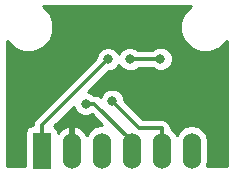
<source format=gbl>
G04 #@! TF.FileFunction,Copper,L2,Bot,Signal*
%FSLAX46Y46*%
G04 Gerber Fmt 4.6, Leading zero omitted, Abs format (unit mm)*
G04 Created by KiCad (PCBNEW 4.0.1-stable) date 2017/03/04 23:15:11*
%MOMM*%
G01*
G04 APERTURE LIST*
%ADD10C,0.100000*%
%ADD11R,1.524000X3.048000*%
%ADD12O,1.524000X3.048000*%
%ADD13C,0.800000*%
%ADD14C,0.300000*%
%ADD15C,0.500000*%
%ADD16C,0.254000*%
G04 APERTURE END LIST*
D10*
D11*
X138650000Y-103000000D03*
D12*
X141190000Y-103000000D03*
X143730000Y-103000000D03*
X146270000Y-103000000D03*
X148810000Y-103000000D03*
X151350000Y-103000000D03*
D13*
X144250800Y-95236500D03*
X136400000Y-102000000D03*
X141200000Y-91800000D03*
X153500000Y-102500000D03*
X142355000Y-99018800D03*
X144608200Y-98762000D03*
X146101500Y-95232300D03*
X148700000Y-95200000D03*
D14*
X138650000Y-100837300D02*
X138650000Y-103000000D01*
X144250800Y-95236500D02*
X138650000Y-100837300D01*
D15*
X146270000Y-103000000D02*
X146270000Y-102188000D01*
D14*
X143100800Y-99018800D02*
X142355000Y-99018800D01*
X146270000Y-102188000D02*
X143100800Y-99018800D01*
X148810000Y-103000000D02*
X148810000Y-101071700D01*
X146917900Y-101071700D02*
X144608200Y-98762000D01*
X148810000Y-101071700D02*
X146917900Y-101071700D01*
X148667700Y-95232300D02*
X148700000Y-95200000D01*
X146101500Y-95232300D02*
X148667700Y-95232300D01*
D16*
G36*
X150691091Y-91289041D02*
X150365372Y-92073459D01*
X150364630Y-92922815D01*
X150688980Y-93707800D01*
X151289041Y-94308909D01*
X152073459Y-94634628D01*
X152922815Y-94635370D01*
X153707800Y-94311020D01*
X154290000Y-93729835D01*
X154290000Y-104290000D01*
X152650388Y-104290000D01*
X152747000Y-103804297D01*
X152747000Y-102195703D01*
X152640660Y-101661094D01*
X152337828Y-101207875D01*
X151884609Y-100905043D01*
X151350000Y-100798703D01*
X150815391Y-100905043D01*
X150362172Y-101207875D01*
X150080000Y-101630174D01*
X149797828Y-101207875D01*
X149595000Y-101072349D01*
X149595000Y-101071700D01*
X149535245Y-100771294D01*
X149365079Y-100516621D01*
X149110406Y-100346455D01*
X148810000Y-100286700D01*
X147243058Y-100286700D01*
X145643266Y-98686908D01*
X145643379Y-98557029D01*
X145486142Y-98176485D01*
X145195246Y-97885081D01*
X144814977Y-97727180D01*
X144403229Y-97726821D01*
X144022685Y-97884058D01*
X143731281Y-98174954D01*
X143621041Y-98440443D01*
X143401207Y-98293555D01*
X143100800Y-98233800D01*
X143033805Y-98233800D01*
X142942046Y-98141881D01*
X142598309Y-97999149D01*
X144325892Y-96271566D01*
X144455771Y-96271679D01*
X144836315Y-96114442D01*
X145127719Y-95823546D01*
X145176944Y-95704999D01*
X145223558Y-95817815D01*
X145514454Y-96109219D01*
X145894723Y-96267120D01*
X146306471Y-96267479D01*
X146687015Y-96110242D01*
X146780119Y-96017300D01*
X148053439Y-96017300D01*
X148112954Y-96076919D01*
X148493223Y-96234820D01*
X148904971Y-96235179D01*
X149285515Y-96077942D01*
X149576919Y-95787046D01*
X149734820Y-95406777D01*
X149735179Y-94995029D01*
X149577942Y-94614485D01*
X149287046Y-94323081D01*
X148906777Y-94165180D01*
X148495029Y-94164821D01*
X148114485Y-94322058D01*
X147989024Y-94447300D01*
X146780305Y-94447300D01*
X146688546Y-94355381D01*
X146308277Y-94197480D01*
X145896529Y-94197121D01*
X145515985Y-94354358D01*
X145224581Y-94645254D01*
X145175356Y-94763801D01*
X145128742Y-94650985D01*
X144837846Y-94359581D01*
X144457577Y-94201680D01*
X144045829Y-94201321D01*
X143665285Y-94358558D01*
X143373881Y-94649454D01*
X143215980Y-95029723D01*
X143215865Y-95161277D01*
X138094921Y-100282221D01*
X137924755Y-100536893D01*
X137872677Y-100798703D01*
X137865912Y-100832716D01*
X137652683Y-100872838D01*
X137436559Y-101011910D01*
X137291569Y-101224110D01*
X137240560Y-101476000D01*
X137240560Y-104290000D01*
X135710000Y-104290000D01*
X135710000Y-93728857D01*
X136289041Y-94308909D01*
X137073459Y-94634628D01*
X137922815Y-94635370D01*
X138707800Y-94311020D01*
X139308909Y-93710959D01*
X139634628Y-92926541D01*
X139635370Y-92077185D01*
X139311020Y-91292200D01*
X138729835Y-90710000D01*
X151271143Y-90710000D01*
X150691091Y-91289041D01*
X150691091Y-91289041D01*
G37*
X150691091Y-91289041D02*
X150365372Y-92073459D01*
X150364630Y-92922815D01*
X150688980Y-93707800D01*
X151289041Y-94308909D01*
X152073459Y-94634628D01*
X152922815Y-94635370D01*
X153707800Y-94311020D01*
X154290000Y-93729835D01*
X154290000Y-104290000D01*
X152650388Y-104290000D01*
X152747000Y-103804297D01*
X152747000Y-102195703D01*
X152640660Y-101661094D01*
X152337828Y-101207875D01*
X151884609Y-100905043D01*
X151350000Y-100798703D01*
X150815391Y-100905043D01*
X150362172Y-101207875D01*
X150080000Y-101630174D01*
X149797828Y-101207875D01*
X149595000Y-101072349D01*
X149595000Y-101071700D01*
X149535245Y-100771294D01*
X149365079Y-100516621D01*
X149110406Y-100346455D01*
X148810000Y-100286700D01*
X147243058Y-100286700D01*
X145643266Y-98686908D01*
X145643379Y-98557029D01*
X145486142Y-98176485D01*
X145195246Y-97885081D01*
X144814977Y-97727180D01*
X144403229Y-97726821D01*
X144022685Y-97884058D01*
X143731281Y-98174954D01*
X143621041Y-98440443D01*
X143401207Y-98293555D01*
X143100800Y-98233800D01*
X143033805Y-98233800D01*
X142942046Y-98141881D01*
X142598309Y-97999149D01*
X144325892Y-96271566D01*
X144455771Y-96271679D01*
X144836315Y-96114442D01*
X145127719Y-95823546D01*
X145176944Y-95704999D01*
X145223558Y-95817815D01*
X145514454Y-96109219D01*
X145894723Y-96267120D01*
X146306471Y-96267479D01*
X146687015Y-96110242D01*
X146780119Y-96017300D01*
X148053439Y-96017300D01*
X148112954Y-96076919D01*
X148493223Y-96234820D01*
X148904971Y-96235179D01*
X149285515Y-96077942D01*
X149576919Y-95787046D01*
X149734820Y-95406777D01*
X149735179Y-94995029D01*
X149577942Y-94614485D01*
X149287046Y-94323081D01*
X148906777Y-94165180D01*
X148495029Y-94164821D01*
X148114485Y-94322058D01*
X147989024Y-94447300D01*
X146780305Y-94447300D01*
X146688546Y-94355381D01*
X146308277Y-94197480D01*
X145896529Y-94197121D01*
X145515985Y-94354358D01*
X145224581Y-94645254D01*
X145175356Y-94763801D01*
X145128742Y-94650985D01*
X144837846Y-94359581D01*
X144457577Y-94201680D01*
X144045829Y-94201321D01*
X143665285Y-94358558D01*
X143373881Y-94649454D01*
X143215980Y-95029723D01*
X143215865Y-95161277D01*
X138094921Y-100282221D01*
X137924755Y-100536893D01*
X137872677Y-100798703D01*
X137865912Y-100832716D01*
X137652683Y-100872838D01*
X137436559Y-101011910D01*
X137291569Y-101224110D01*
X137240560Y-101476000D01*
X137240560Y-104290000D01*
X135710000Y-104290000D01*
X135710000Y-93728857D01*
X136289041Y-94308909D01*
X137073459Y-94634628D01*
X137922815Y-94635370D01*
X138707800Y-94311020D01*
X139308909Y-93710959D01*
X139634628Y-92926541D01*
X139635370Y-92077185D01*
X139311020Y-91292200D01*
X138729835Y-90710000D01*
X151271143Y-90710000D01*
X150691091Y-91289041D01*
G36*
X141477058Y-99604315D02*
X141767954Y-99895719D01*
X142148223Y-100053620D01*
X142559971Y-100053979D01*
X142889615Y-99917773D01*
X143780612Y-100808770D01*
X143730000Y-100798703D01*
X143195391Y-100905043D01*
X142742172Y-101207875D01*
X142449651Y-101645662D01*
X142432059Y-101586059D01*
X142088026Y-101160370D01*
X141607277Y-100898740D01*
X141533070Y-100883780D01*
X141317000Y-101006280D01*
X141317000Y-102873000D01*
X141337000Y-102873000D01*
X141337000Y-103127000D01*
X141317000Y-103127000D01*
X141317000Y-103147000D01*
X141063000Y-103147000D01*
X141063000Y-103127000D01*
X141043000Y-103127000D01*
X141043000Y-102873000D01*
X141063000Y-102873000D01*
X141063000Y-101006280D01*
X140846930Y-100883780D01*
X140772723Y-100898740D01*
X140291974Y-101160370D01*
X140055181Y-101453366D01*
X140015162Y-101240683D01*
X139876090Y-101024559D01*
X139695970Y-100901488D01*
X141335570Y-99261888D01*
X141477058Y-99604315D01*
X141477058Y-99604315D01*
G37*
X141477058Y-99604315D02*
X141767954Y-99895719D01*
X142148223Y-100053620D01*
X142559971Y-100053979D01*
X142889615Y-99917773D01*
X143780612Y-100808770D01*
X143730000Y-100798703D01*
X143195391Y-100905043D01*
X142742172Y-101207875D01*
X142449651Y-101645662D01*
X142432059Y-101586059D01*
X142088026Y-101160370D01*
X141607277Y-100898740D01*
X141533070Y-100883780D01*
X141317000Y-101006280D01*
X141317000Y-102873000D01*
X141337000Y-102873000D01*
X141337000Y-103127000D01*
X141317000Y-103127000D01*
X141317000Y-103147000D01*
X141063000Y-103147000D01*
X141063000Y-103127000D01*
X141043000Y-103127000D01*
X141043000Y-102873000D01*
X141063000Y-102873000D01*
X141063000Y-101006280D01*
X140846930Y-100883780D01*
X140772723Y-100898740D01*
X140291974Y-101160370D01*
X140055181Y-101453366D01*
X140015162Y-101240683D01*
X139876090Y-101024559D01*
X139695970Y-100901488D01*
X141335570Y-99261888D01*
X141477058Y-99604315D01*
M02*

</source>
